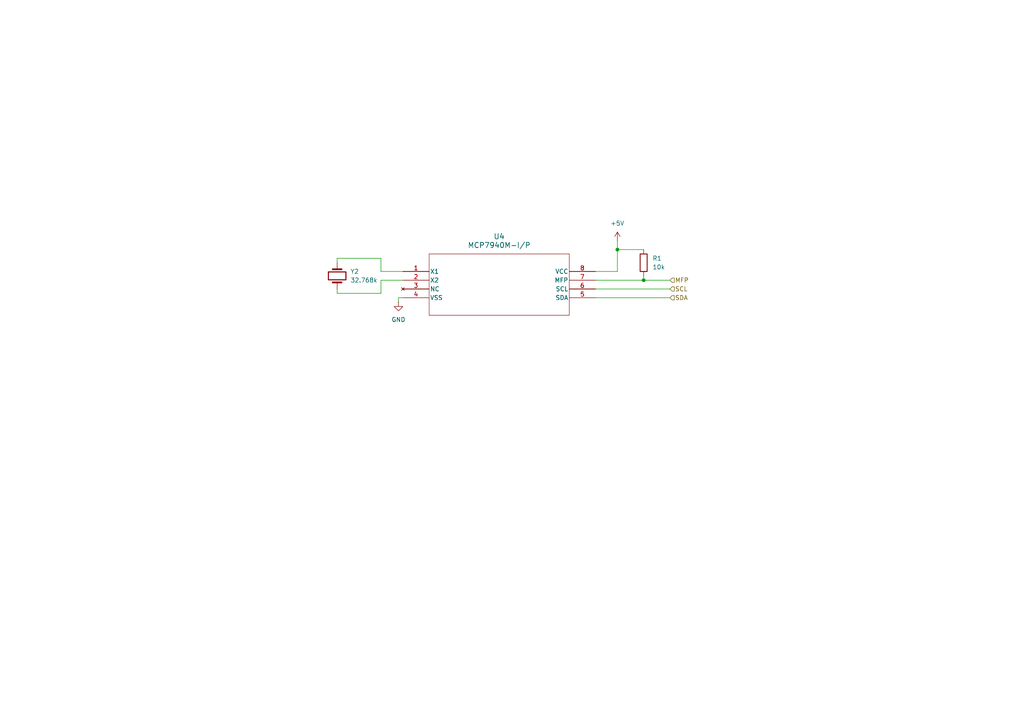
<source format=kicad_sch>
(kicad_sch (version 20231120) (generator "eeschema") (generator_version "8.0")
  (paper "A4")
  (title_block (title "Real Time Clock") (date "2025-01-13") (company "University of Alberta") (comment 1 "Steven Sager") (comment 2 "Damien Huskic") (comment 3 "Tejash Ravish") (comment 4 "Max Schatz"))
  (lib_symbols
    (symbol "Capstone:MCP7940M-I_P" (pin_names (offset 0.254))
      (property "Reference" "U" (at 27.94 10.16 0))
      (property "Value" "MCP7940M-I/P" (at 27.94 7.62 0))
      (symbol "MCP7940M-I_P_0_1"
        (polyline (pts (xy 7.62 -12.7) (xy 48.26 -12.7)) (stroke (width 0.127)))
        (polyline (pts (xy 7.62 5.08) (xy 7.62 -12.7)) (stroke (width 0.127)))
        (polyline (pts (xy 48.26 -12.7) (xy 48.26 5.08)) (stroke (width 0.127)))
        (polyline (pts (xy 48.26 5.08) (xy 7.62 5.08)) (stroke (width 0.127)))
        (pin input line (at 0 0 0) (length 7.62) (name "X1") (number "1"))
        (pin output line (at 0 -2.54 0) (length 7.62) (name "X2") (number "2"))
        (pin no_connect line (at 0 -5.08 0) (length 7.62) (name "NC") (number "3"))
        (pin power_in line (at 0 -7.62 0) (length 7.62) (name "VSS") (number "4"))
        (pin bidirectional line (at 55.88 -7.62 180) (length 7.62) (name "SDA") (number "5"))
        (pin unspecified line (at 55.88 -5.08 180) (length 7.62) (name "SCL") (number "6"))
        (pin unspecified line (at 55.88 -2.54 180) (length 7.62) (name "MFP") (number "7"))
        (pin power_in line (at 55.88 0 180) (length 7.62) (name "VCC") (number "8"))
      )
    )
    (symbol "Device:Crystal" (pin_numbers hide) (pin_names (offset 1.016) hide)
      (property "Reference" "Y" (at 0 3.81 0))
      (property "Value" "Crystal" (at 0 -3.81 0))
      (symbol "Crystal_0_1"
        (rectangle (start -1.143 2.54) (end 1.143 -2.54) (stroke (width 0.3048)))
        (polyline (pts (xy -2.54 0) (xy -1.905 0)))
        (polyline (pts (xy -1.905 -1.27) (xy -1.905 1.27)) (stroke (width 0.508)))
        (polyline (pts (xy 1.905 -1.27) (xy 1.905 1.27)) (stroke (width 0.508)))
        (polyline (pts (xy 2.54 0) (xy 1.905 0)))
      )
      (symbol "Crystal_1_1"
        (pin passive line (at -3.81 0 0) (length 1.27) (name "1") (number "1"))
        (pin passive line (at 3.81 0 180) (length 1.27) (name "2") (number "2"))
      )
    )
    (symbol "Device:R" (pin_numbers hide) (pin_names (offset 0))
      (property "Reference" "R" (at 2.032 0 90))
      (property "Value" "R" (at 0 0 90))
      (symbol "R_0_1"
        (rectangle (start -1.016 -2.54) (end 1.016 2.54) (stroke (width 0.254)))
      )
      (symbol "R_1_1"
        (pin passive line (at 0 3.81 270) (length 1.27) (name "~") (number "1"))
        (pin passive line (at 0 -3.81 90) (length 1.27) (name "~") (number "2"))
      )
    )
    (symbol "power:+5V" (power) (pin_numbers hide) (pin_names (offset 0) hide)
      (property "Value" "+5V" (at 0 3.556 0))
      (symbol "+5V_0_1"
        (polyline (pts (xy -0.762 1.27) (xy 0 2.54)))
        (polyline (pts (xy 0 0) (xy 0 2.54)))
        (polyline (pts (xy 0 2.54) (xy 0.762 1.27)))
      )
      (symbol "+5V_1_1"
        (pin power_in line (at 0 0 90) (length 0) (name "~") (number "1"))
      )
    )
    (symbol "power:GND" (power) (pin_numbers hide) (pin_names (offset 0) hide)
      (property "Value" "GND" (at 0 -3.81 0))
      (symbol "GND_0_1"
        (polyline (pts (xy 0 0) (xy 0 -1.27) (xy 1.27 -1.27) (xy 0 -2.54) (xy -1.27 -1.27) (xy 0 -1.27)))
      )
      (symbol "GND_1_1"
        (pin power_in line (at 0 0 270) (length 0) (name "~") (number "1"))
      )
    )
  )
  (junction (at 186.69 81.28))
  (junction (at 179.07 72.39))
  (wire (pts (xy 110.49 85.09) (xy 110.49 81.28)))
  (wire (pts (xy 179.07 78.74) (xy 172.72 78.74)))
  (wire (pts (xy 186.69 81.28) (xy 194.31 81.28)))
  (wire (pts (xy 172.72 86.36) (xy 194.31 86.36)))
  (wire (pts (xy 186.69 80.01) (xy 186.69 81.28)))
  (wire (pts (xy 110.49 78.74) (xy 116.84 78.74)))
  (wire (pts (xy 110.49 81.28) (xy 116.84 81.28)))
  (wire (pts (xy 186.69 81.28) (xy 172.72 81.28)))
  (wire (pts (xy 172.72 83.82) (xy 194.31 83.82)))
  (wire (pts (xy 186.69 72.39) (xy 179.07 72.39)))
  (wire (pts (xy 97.79 83.82) (xy 97.79 85.09)))
  (wire (pts (xy 97.79 85.09) (xy 110.49 85.09)))
  (wire (pts (xy 97.79 76.2) (xy 97.79 74.93)))
  (wire (pts (xy 179.07 72.39) (xy 179.07 78.74)))
  (wire (pts (xy 179.07 69.85) (xy 179.07 72.39)))
  (wire (pts (xy 110.49 74.93) (xy 110.49 78.74)))
  (wire (pts (xy 97.79 74.93) (xy 110.49 74.93)))
  (wire (pts (xy 115.57 86.36) (xy 115.57 87.63)))
  (wire (pts (xy 115.57 86.36) (xy 116.84 86.36)))
  (hierarchical_label "SCL" (shape input) (at 194.31 83.82 0))
  (hierarchical_label "SDA" (shape input) (at 194.31 86.36 0))
  (hierarchical_label "MFP" (shape input) (at 194.31 81.28 0))
  (symbol (lib_id "power:+5V") (at 179.07 69.85 0) (unit 1)
    (property "Reference" "#PWR045" (effects (hide yes)))
    (property "Value" "+5V" (at 179.07 64.77 0))
    (property "Description" "Power symbol creates a global label with name \"+5V\"" (effects (hide yes)))
  )
  (symbol (lib_id "Device:R") (at 186.69 76.2 0) (unit 1)
    (property "Reference" "R1" (at 189.23 74.9299 0) (effects (justify left)))
    (property "Value" "10k" (at 189.23 77.4699 0) (effects (justify left)))
    (property "Footprint" "Resistor_SMD:R_1206_3216Metric_Pad1.30x1.75mm_HandSolder" (effects (hide yes)))
    (property "Description" "Resistor" (effects (hide yes)))
  )
  (symbol (lib_id "Capstone:MCP7940M-I_P") (at 116.84 78.74 0) (unit 1)
    (property "Reference" "U4" (at 144.78 68.58 0) (effects (font (size 1.524 1.524))))
    (property "Value" "MCP7940M-I/P" (at 144.78 71.12 0) (effects (font (size 1.524 1.524))))
    (property "Footprint" "Capstone:PDIP8_300MC_MCH" (effects (hide yes)))
    (property "Datasheet" "MCP7940M-I/P" (effects (hide yes)))
  )
  (symbol (lib_id "Device:Crystal") (at 97.79 80.01 90) (unit 1)
    (property "Reference" "Y2" (at 101.6 78.7399 90) (effects (justify right)))
    (property "Value" "32.768k" (at 101.6 81.2799 90) (effects (justify right)))
    (property "Footprint" "Capstone:Cylindrical Can, Radial" (effects (hide yes)))
    (property "Description" "Two pin crystal" (effects (hide yes)))
  )
  (symbol (lib_id "power:GND") (at 115.57 87.63 0) (unit 1)
    (property "Reference" "#PWR046" (effects (hide yes)))
    (property "Value" "GND" (at 115.57 92.71 0))
    (property "Description" "Power symbol creates a global label with name \"GND\" , ground" (effects (hide yes)))
  )
)
</source>
